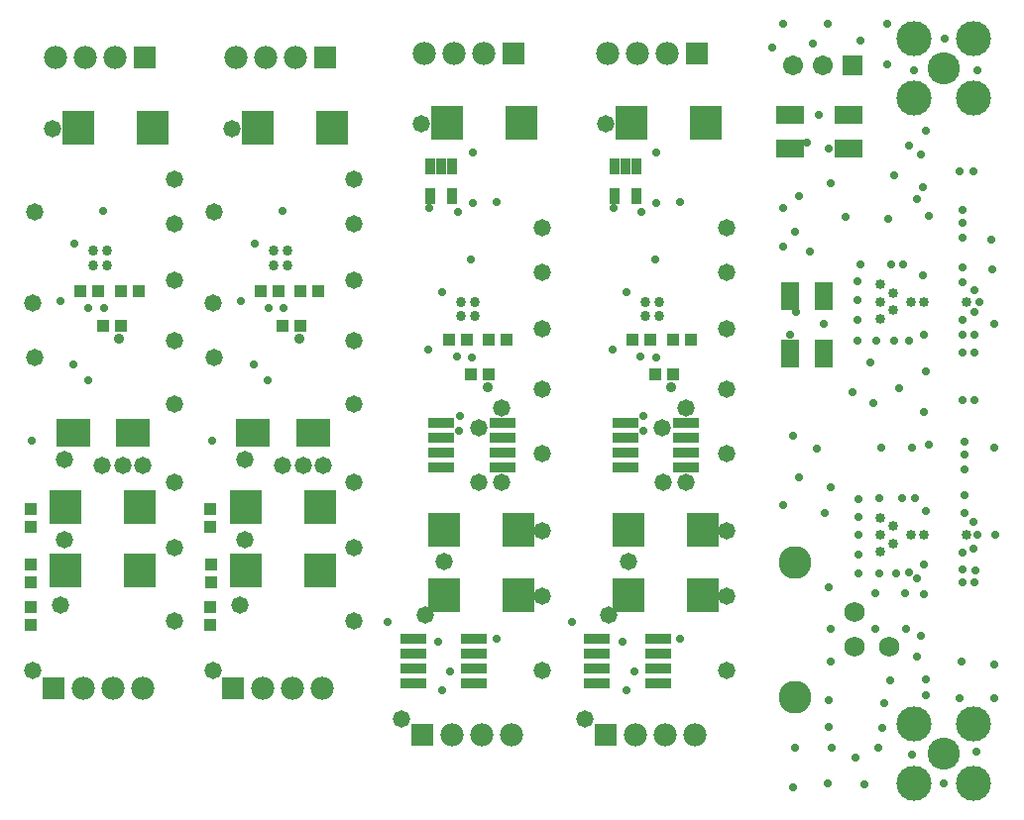
<source format=gbs>
%FSLAX24Y24*%
%MOIN*%
G70*
G01*
G75*
G04 Layer_Color=16711935*
%ADD10R,0.0140X0.0400*%
%ADD11R,0.0450X0.0600*%
%ADD12R,0.0320X0.0360*%
%ADD13R,0.0394X0.1063*%
%ADD14R,0.0394X0.1063*%
%ADD15R,0.1004X0.1063*%
%ADD16R,0.0360X0.0320*%
%ADD17R,0.0260X0.0800*%
%ADD18O,0.0138X0.0669*%
%ADD19R,0.1063X0.1102*%
%ADD20C,0.1000*%
%ADD21C,0.0500*%
%ADD22C,0.0200*%
%ADD23C,0.0100*%
%ADD24C,0.0750*%
%ADD25R,0.0260X0.0500*%
%ADD26R,0.1063X0.0866*%
%ADD27C,0.0600*%
%ADD28R,0.0394X0.0394*%
%ADD29R,0.1028X0.0339*%
%ADD30R,0.0650X0.0701*%
%ADD31R,0.1402X0.1799*%
%ADD32R,0.0598X0.0598*%
%ADD33R,0.0385X0.0520*%
%ADD34R,0.0520X0.0385*%
%ADD35R,0.0846X0.0532*%
%ADD36R,0.0532X0.0846*%
%ADD37R,0.0400X0.0140*%
%ADD38R,0.0700X0.0700*%
%ADD39C,0.0700*%
%ADD40C,0.0200*%
%ADD41C,0.0280*%
%ADD42C,0.0500*%
%ADD43C,0.0260*%
%ADD44C,0.1000*%
%ADD45C,0.1100*%
%ADD46C,0.0600*%
%ADD47C,0.0591*%
%ADD48R,0.0591X0.0591*%
%ADD49C,0.0252*%
%ADD50C,0.1024*%
%ADD51R,0.0800X0.0260*%
%ADD52C,0.0400*%
%ADD53C,0.0250*%
%ADD54C,0.0079*%
%ADD55C,0.0098*%
%ADD56C,0.0060*%
%ADD57C,0.0080*%
%ADD58C,0.0050*%
%ADD59R,0.4000X0.0500*%
%ADD60R,0.0220X0.0480*%
%ADD61R,0.0530X0.0680*%
%ADD62R,0.0400X0.0440*%
%ADD63R,0.0474X0.1143*%
%ADD64R,0.0474X0.1143*%
%ADD65R,0.1084X0.1143*%
%ADD66R,0.0440X0.0400*%
%ADD67R,0.0340X0.0880*%
%ADD68O,0.0218X0.0749*%
%ADD69R,0.1143X0.1182*%
%ADD70R,0.0340X0.0580*%
%ADD71R,0.1143X0.0946*%
%ADD72R,0.0474X0.0474*%
%ADD73R,0.1108X0.0419*%
%ADD74R,0.0730X0.0781*%
%ADD75R,0.1482X0.1879*%
%ADD76R,0.0678X0.0678*%
%ADD77R,0.0465X0.0600*%
%ADD78R,0.0600X0.0465*%
%ADD79R,0.0926X0.0612*%
%ADD80R,0.0612X0.0926*%
%ADD81R,0.0480X0.0220*%
%ADD82R,0.0780X0.0780*%
%ADD83C,0.0780*%
%ADD84C,0.0360*%
%ADD85C,0.0580*%
%ADD86C,0.1080*%
%ADD87C,0.1180*%
%ADD88C,0.0680*%
%ADD89C,0.0671*%
%ADD90R,0.0671X0.0671*%
%ADD91C,0.0332*%
%ADD92C,0.1104*%
%ADD93R,0.0880X0.0340*%
%ADD94C,0.0340*%
D41*
X20490Y33100D02*
D03*
X19065Y30075D02*
D03*
X20518Y29822D02*
D03*
X20006Y29834D02*
D03*
X19530Y32010D02*
D03*
X18110Y25370D02*
D03*
X19980Y27400D02*
D03*
X19510Y27920D02*
D03*
X25860Y30370D02*
D03*
Y16980D02*
D03*
X26420Y25710D02*
D03*
X26430Y26210D02*
D03*
X24020Y19260D02*
D03*
X25420Y33210D02*
D03*
X26336Y28194D02*
D03*
X26848Y28182D02*
D03*
X25720Y18610D02*
D03*
X26120Y17610D02*
D03*
X27670Y18710D02*
D03*
X25395Y28435D02*
D03*
X27670Y33410D02*
D03*
X26870Y33360D02*
D03*
Y35060D02*
D03*
X26820Y31460D02*
D03*
X26370Y33060D02*
D03*
X38800Y13850D02*
D03*
X37700Y15050D02*
D03*
X40050Y13800D02*
D03*
X37650Y13700D02*
D03*
X37300Y31900D02*
D03*
X38900Y19050D02*
D03*
Y17950D02*
D03*
X38850Y16650D02*
D03*
X40700Y16550D02*
D03*
X44400Y17850D02*
D03*
Y25150D02*
D03*
X44450Y22200D02*
D03*
X44350Y31150D02*
D03*
X44400Y29300D02*
D03*
X44300Y32150D02*
D03*
X36950Y38600D02*
D03*
X39902Y38837D02*
D03*
X38300Y38747D02*
D03*
X38800Y39400D02*
D03*
X37300D02*
D03*
X38900Y34050D02*
D03*
X37300Y33200D02*
D03*
X38450Y25100D02*
D03*
X42100Y16800D02*
D03*
X43800Y14900D02*
D03*
X42700Y13850D02*
D03*
X41650Y14800D02*
D03*
X42750Y38900D02*
D03*
X43850Y37850D02*
D03*
X41700D02*
D03*
X41800Y33500D02*
D03*
X41050Y34300D02*
D03*
X39420Y32903D02*
D03*
X40850Y32850D02*
D03*
X40600Y25150D02*
D03*
X40350Y26650D02*
D03*
X41650Y25150D02*
D03*
X38950Y15050D02*
D03*
X40500D02*
D03*
X40650Y15700D02*
D03*
X39750Y14700D02*
D03*
X38850Y15750D02*
D03*
Y20450D02*
D03*
X42100Y23000D02*
D03*
X41800Y18100D02*
D03*
X42050Y20200D02*
D03*
X41800Y20750D02*
D03*
X41400Y20250D02*
D03*
X40400D02*
D03*
X41450Y19050D02*
D03*
X40400D02*
D03*
X42100Y17350D02*
D03*
X41950Y18800D02*
D03*
X40900Y17300D02*
D03*
X40800Y39400D02*
D03*
Y38050D02*
D03*
X41200Y27150D02*
D03*
X40250Y28000D02*
D03*
X39650Y27000D02*
D03*
X38700Y22950D02*
D03*
X37300Y23200D02*
D03*
X37850Y24150D02*
D03*
X37650Y25550D02*
D03*
X37700Y32400D02*
D03*
X37850Y33600D02*
D03*
X38200Y31750D02*
D03*
X38900Y23800D02*
D03*
X42200Y25250D02*
D03*
X42050Y26350D02*
D03*
X42100Y27700D02*
D03*
X42200Y32950D02*
D03*
X42000Y33900D02*
D03*
X41950Y35000D02*
D03*
X41550Y35300D02*
D03*
X42100Y35800D02*
D03*
X43750Y26750D02*
D03*
X43350D02*
D03*
X43700Y34450D02*
D03*
X43250D02*
D03*
X43350Y33150D02*
D03*
Y32700D02*
D03*
Y32200D02*
D03*
Y31200D02*
D03*
X43750Y28950D02*
D03*
Y28350D02*
D03*
X43350D02*
D03*
Y28950D02*
D03*
X43750Y20600D02*
D03*
X43350Y21050D02*
D03*
X43400Y24400D02*
D03*
Y23550D02*
D03*
Y24900D02*
D03*
Y25350D02*
D03*
X43777Y21003D02*
D03*
X43350Y20600D02*
D03*
X44400Y16700D02*
D03*
X43247Y16703D02*
D03*
X43300Y17950D02*
D03*
X41750Y23450D02*
D03*
X41300D02*
D03*
X40550D02*
D03*
X39850Y23400D02*
D03*
X39854Y22797D02*
D03*
X39850Y22200D02*
D03*
Y21550D02*
D03*
Y20900D02*
D03*
X40550D02*
D03*
X41100D02*
D03*
X41550Y20950D02*
D03*
X42050Y21200D02*
D03*
X43350Y21600D02*
D03*
X43400Y22950D02*
D03*
X43350Y30700D02*
D03*
Y29450D02*
D03*
X42025Y30950D02*
D03*
X41350Y31300D02*
D03*
X40950D02*
D03*
X39900D02*
D03*
X39800Y30750D02*
D03*
Y30100D02*
D03*
Y29450D02*
D03*
Y28750D02*
D03*
X40450D02*
D03*
X41050D02*
D03*
X41550D02*
D03*
X42050Y28950D02*
D03*
X43900Y30050D02*
D03*
X43750Y30450D02*
D03*
Y29700D02*
D03*
X43700Y22650D02*
D03*
X43850Y22200D02*
D03*
X43700Y21750D02*
D03*
X38850Y35200D02*
D03*
X38100Y35400D02*
D03*
X38500Y36342D02*
D03*
X37750Y29700D02*
D03*
X38692Y29300D02*
D03*
X37550Y28950D02*
D03*
X32050Y30370D02*
D03*
Y16980D02*
D03*
X32610Y25710D02*
D03*
X32620Y26210D02*
D03*
X30210Y19260D02*
D03*
X31610Y33210D02*
D03*
X32526Y28194D02*
D03*
X33038Y28182D02*
D03*
X31910Y18610D02*
D03*
X32310Y17610D02*
D03*
X33860Y18710D02*
D03*
X31585Y28435D02*
D03*
X33860Y33410D02*
D03*
X33060Y33360D02*
D03*
Y35060D02*
D03*
X33010Y31460D02*
D03*
X32560Y33060D02*
D03*
X14440Y33100D02*
D03*
X13015Y30075D02*
D03*
X14468Y29822D02*
D03*
X13956Y29834D02*
D03*
X13480Y32010D02*
D03*
X12060Y25370D02*
D03*
X13930Y27400D02*
D03*
X13460Y27920D02*
D03*
D62*
X18070Y21210D02*
D03*
Y20610D02*
D03*
X18060Y19180D02*
D03*
Y19780D02*
D03*
Y22480D02*
D03*
Y23080D02*
D03*
X12020Y21210D02*
D03*
Y20610D02*
D03*
X12010Y19180D02*
D03*
Y19780D02*
D03*
Y22480D02*
D03*
Y23080D02*
D03*
D65*
X19230Y23120D02*
D03*
X21730D02*
D03*
X19230Y20990D02*
D03*
X21730D02*
D03*
X19660Y35900D02*
D03*
X22160D02*
D03*
X28520Y36060D02*
D03*
X26020D02*
D03*
X25920Y20160D02*
D03*
X28420D02*
D03*
X25920Y22360D02*
D03*
X28420D02*
D03*
X34710Y36060D02*
D03*
X32210D02*
D03*
X32110Y20160D02*
D03*
X34610D02*
D03*
X32110Y22360D02*
D03*
X34610D02*
D03*
X13180Y23120D02*
D03*
X15680D02*
D03*
X13180Y20990D02*
D03*
X15680D02*
D03*
X13610Y35900D02*
D03*
X16110D02*
D03*
D66*
X20490Y29250D02*
D03*
X21090D02*
D03*
X20340Y30400D02*
D03*
X19740D02*
D03*
X21690D02*
D03*
X21090D02*
D03*
X27420Y28760D02*
D03*
X28020D02*
D03*
X26070D02*
D03*
X26670D02*
D03*
X27420Y27610D02*
D03*
X26820D02*
D03*
X33610Y28760D02*
D03*
X34210D02*
D03*
X32260D02*
D03*
X32860D02*
D03*
X33610Y27610D02*
D03*
X33010D02*
D03*
X14440Y29250D02*
D03*
X15040D02*
D03*
X14290Y30400D02*
D03*
X13690D02*
D03*
X15640D02*
D03*
X15040D02*
D03*
D70*
X26195Y34610D02*
D03*
X25445D02*
D03*
X26195Y33610D02*
D03*
X25445D02*
D03*
X25820Y34610D02*
D03*
X32385D02*
D03*
X31635D02*
D03*
X32385Y33610D02*
D03*
X31635D02*
D03*
X32010Y34610D02*
D03*
D71*
X21500Y25630D02*
D03*
X19492D02*
D03*
X15450D02*
D03*
X13442D02*
D03*
D79*
X37550Y36342D02*
D03*
Y35200D02*
D03*
X39500Y36342D02*
D03*
Y35200D02*
D03*
D80*
X38692Y28300D02*
D03*
X37550D02*
D03*
X38692Y30250D02*
D03*
X37550D02*
D03*
D82*
X18820Y17020D02*
D03*
X21910Y38270D02*
D03*
X25170Y15460D02*
D03*
X28230Y38400D02*
D03*
X31360Y15460D02*
D03*
X34420Y38400D02*
D03*
X12770Y17020D02*
D03*
X15860Y38270D02*
D03*
D83*
X19820Y17020D02*
D03*
X20820D02*
D03*
X21820D02*
D03*
X20910Y38270D02*
D03*
X19910D02*
D03*
X18910D02*
D03*
X26170Y15460D02*
D03*
X27170D02*
D03*
X28170D02*
D03*
X27230Y38400D02*
D03*
X26230D02*
D03*
X25230D02*
D03*
X32360Y15460D02*
D03*
X33360D02*
D03*
X34360D02*
D03*
X33420Y38400D02*
D03*
X32420D02*
D03*
X31420D02*
D03*
X13770Y17020D02*
D03*
X14770D02*
D03*
X15770D02*
D03*
X14860Y38270D02*
D03*
X13860D02*
D03*
X12860D02*
D03*
D84*
X21040Y28800D02*
D03*
X27370Y27160D02*
D03*
X33560D02*
D03*
X14990Y28800D02*
D03*
D85*
X22890Y34180D02*
D03*
Y32680D02*
D03*
Y30770D02*
D03*
Y28740D02*
D03*
Y26590D02*
D03*
Y23970D02*
D03*
Y21770D02*
D03*
Y19290D02*
D03*
X18140Y17640D02*
D03*
X18790Y35880D02*
D03*
X18190Y33080D02*
D03*
Y28180D02*
D03*
X18140Y30000D02*
D03*
X21830Y24550D02*
D03*
X21170D02*
D03*
X20470Y24540D02*
D03*
X19210Y24720D02*
D03*
X19200Y22040D02*
D03*
X19060Y19850D02*
D03*
X25150Y36040D02*
D03*
X24470Y16000D02*
D03*
X29220Y17650D02*
D03*
Y20130D02*
D03*
Y22330D02*
D03*
Y24950D02*
D03*
Y27100D02*
D03*
Y29130D02*
D03*
Y31040D02*
D03*
Y32540D02*
D03*
X27070Y25790D02*
D03*
X27080Y23980D02*
D03*
X25920Y21310D02*
D03*
X25270Y19510D02*
D03*
X27860Y23960D02*
D03*
Y26460D02*
D03*
X31340Y36040D02*
D03*
X30660Y16000D02*
D03*
X35410Y17650D02*
D03*
Y20130D02*
D03*
Y22330D02*
D03*
Y24950D02*
D03*
Y27100D02*
D03*
Y29130D02*
D03*
Y31040D02*
D03*
Y32540D02*
D03*
X33260Y25790D02*
D03*
X33270Y23980D02*
D03*
X32110Y21310D02*
D03*
X31460Y19510D02*
D03*
X34050Y23960D02*
D03*
Y26460D02*
D03*
X16840Y34180D02*
D03*
Y32680D02*
D03*
Y30770D02*
D03*
Y28740D02*
D03*
Y26590D02*
D03*
Y23970D02*
D03*
Y21770D02*
D03*
Y19290D02*
D03*
X12090Y17640D02*
D03*
X12740Y35880D02*
D03*
X12140Y33080D02*
D03*
Y28180D02*
D03*
X12090Y30000D02*
D03*
X15780Y24550D02*
D03*
X15120D02*
D03*
X14420Y24540D02*
D03*
X13160Y24720D02*
D03*
X13150Y22040D02*
D03*
X13010Y19850D02*
D03*
D86*
X42700Y14850D02*
D03*
Y37900D02*
D03*
D87*
X43700Y13850D02*
D03*
X41700D02*
D03*
Y15850D02*
D03*
X43700D02*
D03*
X41700Y36900D02*
D03*
X43700D02*
D03*
Y38900D02*
D03*
X41700D02*
D03*
D88*
X39700Y18423D02*
D03*
Y19604D02*
D03*
X40881Y18423D02*
D03*
D89*
X37650Y38000D02*
D03*
X38650D02*
D03*
D90*
X39650D02*
D03*
D91*
X41028Y30341D02*
D03*
Y29759D02*
D03*
X40565Y29471D02*
D03*
Y30629D02*
D03*
Y30050D02*
D03*
X42061D02*
D03*
X41599D02*
D03*
X43469D02*
D03*
X41028Y22491D02*
D03*
Y21909D02*
D03*
X40565Y21621D02*
D03*
Y22779D02*
D03*
Y22200D02*
D03*
X42061D02*
D03*
X41599D02*
D03*
X43469D02*
D03*
D92*
X37700Y21278D02*
D03*
Y16750D02*
D03*
D93*
X24870Y18210D02*
D03*
X26920Y18710D02*
D03*
Y18210D02*
D03*
Y17710D02*
D03*
X24870Y17210D02*
D03*
Y17710D02*
D03*
Y18710D02*
D03*
X26920Y17210D02*
D03*
X25820Y25460D02*
D03*
X27870Y25960D02*
D03*
Y25460D02*
D03*
Y24960D02*
D03*
X25820Y24460D02*
D03*
Y24960D02*
D03*
Y25960D02*
D03*
X27870Y24460D02*
D03*
X31060Y18210D02*
D03*
X33110Y18710D02*
D03*
Y18210D02*
D03*
Y17710D02*
D03*
X31060Y17210D02*
D03*
Y17710D02*
D03*
Y18710D02*
D03*
X33110Y17210D02*
D03*
X32010Y25460D02*
D03*
X34060Y25960D02*
D03*
Y25460D02*
D03*
Y24960D02*
D03*
X32010Y24460D02*
D03*
Y24960D02*
D03*
Y25960D02*
D03*
X34060Y24460D02*
D03*
D94*
X20636Y31756D02*
D03*
Y31284D02*
D03*
X20164Y31756D02*
D03*
Y31284D02*
D03*
X26484Y29574D02*
D03*
Y30046D02*
D03*
X26956Y29574D02*
D03*
Y30046D02*
D03*
X32674Y29574D02*
D03*
Y30046D02*
D03*
X33146Y29574D02*
D03*
Y30046D02*
D03*
X14586Y31756D02*
D03*
Y31284D02*
D03*
X14114Y31756D02*
D03*
Y31284D02*
D03*
M02*

</source>
